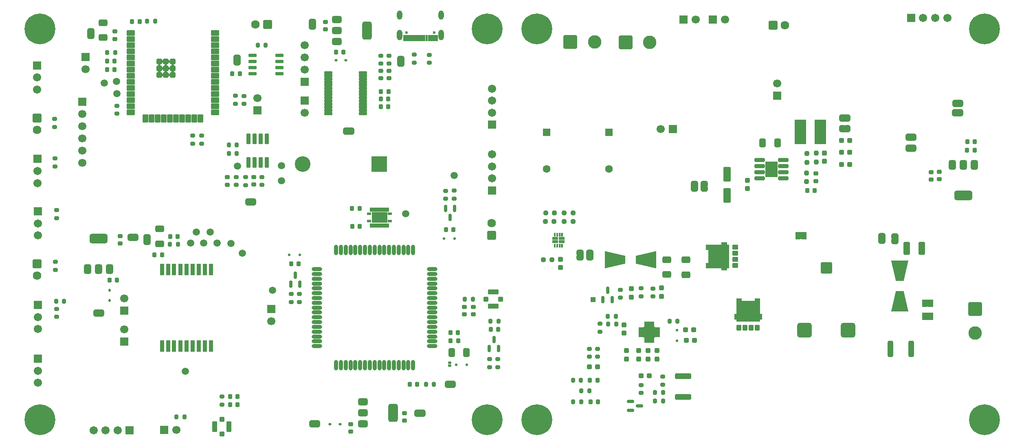
<source format=gbr>
%TF.GenerationSoftware,KiCad,Pcbnew,9.0.6*%
%TF.CreationDate,2026-02-17T13:33:00+03:00*%
%TF.ProjectId,AWS PROJECT,41575320-5052-44f4-9a45-43542e6b6963,rev?*%
%TF.SameCoordinates,Original*%
%TF.FileFunction,Soldermask,Top*%
%TF.FilePolarity,Negative*%
%FSLAX46Y46*%
G04 Gerber Fmt 4.6, Leading zero omitted, Abs format (unit mm)*
G04 Created by KiCad (PCBNEW 9.0.6) date 2026-02-17 13:33:00*
%MOMM*%
%LPD*%
G01*
G04 APERTURE LIST*
G04 Aperture macros list*
%AMRoundRect*
0 Rectangle with rounded corners*
0 $1 Rounding radius*
0 $2 $3 $4 $5 $6 $7 $8 $9 X,Y pos of 4 corners*
0 Add a 4 corners polygon primitive as box body*
4,1,4,$2,$3,$4,$5,$6,$7,$8,$9,$2,$3,0*
0 Add four circle primitives for the rounded corners*
1,1,$1+$1,$2,$3*
1,1,$1+$1,$4,$5*
1,1,$1+$1,$6,$7*
1,1,$1+$1,$8,$9*
0 Add four rect primitives between the rounded corners*
20,1,$1+$1,$2,$3,$4,$5,0*
20,1,$1+$1,$4,$5,$6,$7,0*
20,1,$1+$1,$6,$7,$8,$9,0*
20,1,$1+$1,$8,$9,$2,$3,0*%
%AMOutline4P*
0 Free polygon, 4 corners , with rotation*
0 The origin of the aperture is its center*
0 number of corners: always 4*
0 $1 to $8 corner X, Y*
0 $9 Rotation angle, in degrees counterclockwise*
0 create outline with 4 corners*
4,1,4,$1,$2,$3,$4,$5,$6,$7,$8,$1,$2,$9*%
%AMFreePoly0*
4,1,23,0.000000,0.745722,0.065263,0.745722,0.191342,0.711940,0.304381,0.646677,0.396677,0.554381,0.461940,0.441342,0.495722,0.315263,0.495722,0.250000,0.500000,0.250000,0.500000,-0.250000,0.495722,-0.250000,0.495722,-0.315263,0.461940,-0.441342,0.396677,-0.554381,0.304381,-0.646677,0.191342,-0.711940,0.065263,-0.745722,0.000000,-0.745722,0.000000,-0.750000,-0.500000,-0.750000,
-0.500000,0.750000,0.000000,0.750000,0.000000,0.745722,0.000000,0.745722,$1*%
%AMFreePoly1*
4,1,23,0.500000,-0.750000,0.000000,-0.750000,0.000000,-0.745722,-0.065263,-0.745722,-0.191342,-0.711940,-0.304381,-0.646677,-0.396677,-0.554381,-0.461940,-0.441342,-0.495722,-0.315263,-0.495722,-0.250000,-0.500000,-0.250000,-0.500000,0.250000,-0.495722,0.250000,-0.495722,0.315263,-0.461940,0.441342,-0.396677,0.554381,-0.304381,0.646677,-0.191342,0.711940,-0.065263,0.745722,0.000000,0.745722,
0.000000,0.750000,0.500000,0.750000,0.500000,-0.750000,0.500000,-0.750000,$1*%
G04 Aperture macros list end*
%ADD10C,0.010000*%
%ADD11C,1.600000*%
%ADD12RoundRect,0.250000X-0.550000X0.550000X-0.550000X-0.550000X0.550000X-0.550000X0.550000X0.550000X0*%
%ADD13RoundRect,0.102000X-1.070000X1.070000X-1.070000X-1.070000X1.070000X-1.070000X1.070000X1.070000X0*%
%ADD14RoundRect,0.058000X-0.474000X0.174000X-0.474000X-0.174000X0.474000X-0.174000X0.474000X0.174000X0*%
%ADD15RoundRect,0.058000X-0.174000X0.474000X-0.174000X-0.474000X0.174000X-0.474000X0.174000X0.474000X0*%
%ADD16RoundRect,0.200000X0.275000X-0.200000X0.275000X0.200000X-0.275000X0.200000X-0.275000X-0.200000X0*%
%ADD17FreePoly0,270.000000*%
%ADD18FreePoly1,270.000000*%
%ADD19FreePoly0,90.000000*%
%ADD20FreePoly1,90.000000*%
%ADD21FreePoly0,180.000000*%
%ADD22FreePoly1,180.000000*%
%ADD23RoundRect,0.225000X-0.250000X0.225000X-0.250000X-0.225000X0.250000X-0.225000X0.250000X0.225000X0*%
%ADD24RoundRect,0.237500X-0.300000X-0.237500X0.300000X-0.237500X0.300000X0.237500X-0.300000X0.237500X0*%
%ADD25RoundRect,0.250000X0.412500X0.650000X-0.412500X0.650000X-0.412500X-0.650000X0.412500X-0.650000X0*%
%ADD26RoundRect,0.360000X-0.840000X-0.840000X0.840000X-0.840000X0.840000X0.840000X-0.840000X0.840000X0*%
%ADD27RoundRect,0.450000X-1.050000X-1.050000X1.050000X-1.050000X1.050000X1.050000X-1.050000X1.050000X0*%
%ADD28RoundRect,0.200000X-0.200000X-0.275000X0.200000X-0.275000X0.200000X0.275000X-0.200000X0.275000X0*%
%ADD29RoundRect,0.237500X-0.237500X0.300000X-0.237500X-0.300000X0.237500X-0.300000X0.237500X0.300000X0*%
%ADD30C,6.400000*%
%ADD31RoundRect,0.250000X-0.550000X1.250000X-0.550000X-1.250000X0.550000X-1.250000X0.550000X1.250000X0*%
%ADD32RoundRect,0.200000X0.200000X0.275000X-0.200000X0.275000X-0.200000X-0.275000X0.200000X-0.275000X0*%
%ADD33R,2.350000X5.100000*%
%ADD34RoundRect,0.237500X0.237500X-0.300000X0.237500X0.300000X-0.237500X0.300000X-0.237500X-0.300000X0*%
%ADD35RoundRect,0.125000X-0.125000X0.125000X-0.125000X-0.125000X0.125000X-0.125000X0.125000X0.125000X0*%
%ADD36RoundRect,0.237500X0.300000X0.237500X-0.300000X0.237500X-0.300000X-0.237500X0.300000X-0.237500X0*%
%ADD37R,1.000000X1.500000*%
%ADD38RoundRect,0.237500X0.237500X-0.250000X0.237500X0.250000X-0.237500X0.250000X-0.237500X-0.250000X0*%
%ADD39C,1.712000*%
%ADD40RoundRect,0.102000X0.754000X0.754000X-0.754000X0.754000X-0.754000X-0.754000X0.754000X-0.754000X0*%
%ADD41RoundRect,0.250000X-0.650000X0.412500X-0.650000X-0.412500X0.650000X-0.412500X0.650000X0.412500X0*%
%ADD42RoundRect,0.237500X-0.250000X-0.237500X0.250000X-0.237500X0.250000X0.237500X-0.250000X0.237500X0*%
%ADD43RoundRect,0.237500X0.250000X0.237500X-0.250000X0.237500X-0.250000X-0.237500X0.250000X-0.237500X0*%
%ADD44RoundRect,0.200000X-0.275000X0.200000X-0.275000X-0.200000X0.275000X-0.200000X0.275000X0.200000X0*%
%ADD45C,0.800000*%
%ADD46RoundRect,0.250000X-0.312500X-1.450000X0.312500X-1.450000X0.312500X1.450000X-0.312500X1.450000X0*%
%ADD47Outline4P,-2.150000X-1.800000X2.150000X-0.800000X2.150000X0.800000X-2.150000X1.800000X90.000000*%
%ADD48Outline4P,-2.150000X-1.800000X2.150000X-0.800000X2.150000X0.800000X-2.150000X1.800000X270.000000*%
%ADD49RoundRect,0.218750X0.218750X0.256250X-0.218750X0.256250X-0.218750X-0.256250X0.218750X-0.256250X0*%
%ADD50RoundRect,0.375000X-0.375000X0.625000X-0.375000X-0.625000X0.375000X-0.625000X0.375000X0.625000X0*%
%ADD51RoundRect,0.500000X-1.400000X0.500000X-1.400000X-0.500000X1.400000X-0.500000X1.400000X0.500000X0*%
%ADD52C,2.800000*%
%ADD53RoundRect,0.250001X-1.149999X1.149999X-1.149999X-1.149999X1.149999X-1.149999X1.149999X1.149999X0*%
%ADD54RoundRect,0.102000X0.375000X-0.500000X0.375000X0.500000X-0.375000X0.500000X-0.375000X-0.500000X0*%
%ADD55RoundRect,0.225000X-0.225000X-0.250000X0.225000X-0.250000X0.225000X0.250000X-0.225000X0.250000X0*%
%ADD56RoundRect,0.250001X-1.149999X-1.149999X1.149999X-1.149999X1.149999X1.149999X-1.149999X1.149999X0*%
%ADD57FreePoly0,0.000000*%
%ADD58FreePoly1,0.000000*%
%ADD59RoundRect,0.102000X0.500000X0.375000X-0.500000X0.375000X-0.500000X-0.375000X0.500000X-0.375000X0*%
%ADD60Outline4P,-2.150000X-1.800000X2.150000X-0.800000X2.150000X0.800000X-2.150000X1.800000X0.000000*%
%ADD61Outline4P,-2.150000X-1.800000X2.150000X-0.800000X2.150000X0.800000X-2.150000X1.800000X180.000000*%
%ADD62RoundRect,0.150000X-0.590000X-0.150000X0.590000X-0.150000X0.590000X0.150000X-0.590000X0.150000X0*%
%ADD63RoundRect,0.150000X0.150000X-0.590000X0.150000X0.590000X-0.150000X0.590000X-0.150000X-0.590000X0*%
%ADD64RoundRect,0.237500X-0.237500X0.250000X-0.237500X-0.250000X0.237500X-0.250000X0.237500X0.250000X0*%
%ADD65RoundRect,0.250000X-0.412500X-1.100000X0.412500X-1.100000X0.412500X1.100000X-0.412500X1.100000X0*%
%ADD66R,1.000000X1.000000*%
%ADD67RoundRect,0.250000X-1.450000X0.312500X-1.450000X-0.312500X1.450000X-0.312500X1.450000X0.312500X0*%
%ADD68C,1.700000*%
%ADD69R,1.700000X1.700000*%
%ADD70RoundRect,0.102000X-1.205000X-1.538000X1.205000X-1.538000X1.205000X1.538000X-1.205000X1.538000X0*%
%ADD71RoundRect,0.201000X-0.886000X-0.201000X0.886000X-0.201000X0.886000X0.201000X-0.886000X0.201000X0*%
%ADD72C,1.779000*%
%ADD73RoundRect,0.102000X0.787500X0.787500X-0.787500X0.787500X-0.787500X-0.787500X0.787500X-0.787500X0*%
%ADD74RoundRect,0.125000X0.125000X0.125000X-0.125000X0.125000X-0.125000X-0.125000X0.125000X-0.125000X0*%
%ADD75C,1.500000*%
%ADD76RoundRect,0.225000X0.225000X0.250000X-0.225000X0.250000X-0.225000X-0.250000X0.225000X-0.250000X0*%
%ADD77RoundRect,0.011100X0.390900X-0.210900X0.390900X0.210900X-0.390900X0.210900X-0.390900X-0.210900X0*%
%ADD78RoundRect,0.011100X0.210900X-0.390900X0.210900X0.390900X-0.210900X0.390900X-0.210900X-0.390900X0*%
%ADD79RoundRect,0.102000X1.525000X-1.025000X1.525000X1.025000X-1.525000X1.025000X-1.525000X-1.025000X0*%
%ADD80RoundRect,0.100000X-0.400000X-0.400000X0.400000X-0.400000X0.400000X0.400000X-0.400000X0.400000X0*%
%ADD81RoundRect,0.105000X-0.420000X-0.995000X0.420000X-0.995000X0.420000X0.995000X-0.420000X0.995000X0*%
%ADD82RoundRect,0.102000X0.754000X-0.754000X0.754000X0.754000X-0.754000X0.754000X-0.754000X-0.754000X0*%
%ADD83RoundRect,0.125000X-0.125000X-0.125000X0.125000X-0.125000X0.125000X0.125000X-0.125000X0.125000X0*%
%ADD84RoundRect,0.218750X0.256250X-0.218750X0.256250X0.218750X-0.256250X0.218750X-0.256250X-0.218750X0*%
%ADD85RoundRect,0.250000X0.650000X-0.412500X0.650000X0.412500X-0.650000X0.412500X-0.650000X-0.412500X0*%
%ADD86RoundRect,0.102000X-0.754000X-0.754000X0.754000X-0.754000X0.754000X0.754000X-0.754000X0.754000X0*%
%ADD87RoundRect,0.112500X-0.112500X0.187500X-0.112500X-0.187500X0.112500X-0.187500X0.112500X0.187500X0*%
%ADD88O,0.804000X2.204000*%
%ADD89O,2.204000X0.804000*%
%ADD90RoundRect,0.102000X0.711200X0.266700X-0.711200X0.266700X-0.711200X-0.266700X0.711200X-0.266700X0*%
%ADD91RoundRect,0.102000X-0.754000X0.754000X-0.754000X-0.754000X0.754000X-0.754000X0.754000X0.754000X0*%
%ADD92RoundRect,0.375000X-0.625000X-0.375000X0.625000X-0.375000X0.625000X0.375000X-0.625000X0.375000X0*%
%ADD93RoundRect,0.500000X-0.500000X-1.400000X0.500000X-1.400000X0.500000X1.400000X-0.500000X1.400000X0*%
%ADD94R,0.900000X2.400000*%
%ADD95RoundRect,0.102000X0.787500X-0.787500X0.787500X0.787500X-0.787500X0.787500X-0.787500X-0.787500X0*%
%ADD96RoundRect,0.375000X0.375000X-0.625000X0.375000X0.625000X-0.375000X0.625000X-0.375000X-0.625000X0*%
%ADD97RoundRect,0.500000X1.400000X-0.500000X1.400000X0.500000X-1.400000X0.500000X-1.400000X-0.500000X0*%
%ADD98RoundRect,0.102000X-0.200000X0.190000X-0.200000X-0.190000X0.200000X-0.190000X0.200000X0.190000X0*%
%ADD99RoundRect,0.112500X-0.187500X-0.112500X0.187500X-0.112500X0.187500X0.112500X-0.187500X0.112500X0*%
%ADD100RoundRect,0.102000X-0.750000X-0.200000X0.750000X-0.200000X0.750000X0.200000X-0.750000X0.200000X0*%
%ADD101RoundRect,0.225000X0.250000X-0.225000X0.250000X0.225000X-0.250000X0.225000X-0.250000X-0.225000X0*%
%ADD102RoundRect,0.218750X-0.218750X-0.256250X0.218750X-0.256250X0.218750X0.256250X-0.218750X0.256250X0*%
%ADD103RoundRect,0.102000X-0.787500X-0.787500X0.787500X-0.787500X0.787500X0.787500X-0.787500X0.787500X0*%
%ADD104RoundRect,0.112500X0.187500X0.112500X-0.187500X0.112500X-0.187500X-0.112500X0.187500X-0.112500X0*%
%ADD105RoundRect,0.150000X0.150000X-0.587500X0.150000X0.587500X-0.150000X0.587500X-0.150000X-0.587500X0*%
%ADD106RoundRect,0.100000X0.400000X-0.400000X0.400000X0.400000X-0.400000X0.400000X-0.400000X-0.400000X0*%
%ADD107RoundRect,0.105000X0.995000X-0.420000X0.995000X0.420000X-0.995000X0.420000X-0.995000X-0.420000X0*%
%ADD108RoundRect,0.250000X-0.412500X-0.650000X0.412500X-0.650000X0.412500X0.650000X-0.412500X0.650000X0*%
%ADD109C,0.600000*%
%ADD110O,1.104000X2.204000*%
%ADD111O,1.104000X1.904000*%
%ADD112RoundRect,0.102000X-0.787500X0.787500X-0.787500X-0.787500X0.787500X-0.787500X0.787500X0.787500X0*%
%ADD113RoundRect,0.150000X-0.150000X0.587500X-0.150000X-0.587500X0.150000X-0.587500X0.150000X0.587500X0*%
%ADD114RoundRect,0.099250X0.297750X-0.987750X0.297750X0.987750X-0.297750X0.987750X-0.297750X-0.987750X0*%
%ADD115RoundRect,0.102000X-0.750000X-0.450000X0.750000X-0.450000X0.750000X0.450000X-0.750000X0.450000X0*%
%ADD116RoundRect,0.102000X-0.450000X-0.750000X0.450000X-0.750000X0.450000X0.750000X-0.450000X0.750000X0*%
%ADD117RoundRect,0.102000X-0.450000X-0.450000X0.450000X-0.450000X0.450000X0.450000X-0.450000X0.450000X0*%
%ADD118C,0.504000*%
%ADD119RoundRect,0.102000X1.525000X1.525000X-1.525000X1.525000X-1.525000X-1.525000X1.525000X-1.525000X0*%
%ADD120C,3.254000*%
G04 APERTURE END LIST*
%TO.C,JP11*%
G36*
X179505210Y-74786666D02*
G01*
X178005210Y-74786666D01*
X178005210Y-75086666D01*
X179505210Y-75086666D01*
X179505210Y-74786666D01*
G37*
%TO.C,JP18*%
G36*
X214950000Y-85940000D02*
G01*
X216450000Y-85940000D01*
X216450000Y-85640000D01*
X214950000Y-85640000D01*
X214950000Y-85940000D01*
G37*
%TO.C,JP24*%
G36*
X231645210Y-58466666D02*
G01*
X231345210Y-58466666D01*
X231345210Y-56966666D01*
X231645210Y-56966666D01*
X231645210Y-58466666D01*
G37*
%TO.C,JP23*%
G36*
X221900000Y-65500000D02*
G01*
X221600000Y-65500000D01*
X221600000Y-64000000D01*
X221900000Y-64000000D01*
X221900000Y-65500000D01*
G37*
%TO.C,JP20*%
G36*
X217700000Y-86040000D02*
G01*
X219200000Y-86040000D01*
X219200000Y-85740000D01*
X217700000Y-85740000D01*
X217700000Y-86040000D01*
G37*
%TO.C,JP19*%
G36*
X225100000Y-101250000D02*
G01*
X225400000Y-101250000D01*
X225400000Y-102750000D01*
X225100000Y-102750000D01*
X225100000Y-101250000D01*
G37*
G36*
X198740000Y-84450000D02*
G01*
X199040000Y-84450000D01*
X199040000Y-85950000D01*
X198740000Y-85950000D01*
X198740000Y-84450000D01*
G37*
G36*
X177505210Y-74786666D02*
G01*
X176005210Y-74786666D01*
X176005210Y-75086666D01*
X177505210Y-75086666D01*
X177505210Y-74786666D01*
G37*
%TO.C,JP21*%
G36*
X225100000Y-98500000D02*
G01*
X225400000Y-98500000D01*
X225400000Y-100000000D01*
X225100000Y-100000000D01*
X225100000Y-98500000D01*
G37*
%TO.C,JP9*%
G36*
X221900000Y-67750000D02*
G01*
X221600000Y-67750000D01*
X221600000Y-66250000D01*
X221900000Y-66250000D01*
X221900000Y-67750000D01*
G37*
D10*
%TO.C,Q6*%
X186460000Y-98742500D02*
X189320000Y-98742500D01*
X189320000Y-98267500D01*
X190270000Y-98267500D01*
X190270000Y-101467500D01*
X190765000Y-101467500D01*
X190765000Y-102572500D01*
X190270000Y-102572500D01*
X190270000Y-102997500D01*
X185510000Y-102997500D01*
X185510000Y-102572500D01*
X185015000Y-102572500D01*
X185015000Y-101467500D01*
X185510000Y-101467500D01*
X185510000Y-98267500D01*
X186460000Y-98267500D01*
X186460000Y-98742500D01*
G36*
X186460000Y-98742500D02*
G01*
X189320000Y-98742500D01*
X189320000Y-98267500D01*
X190270000Y-98267500D01*
X190270000Y-101467500D01*
X190765000Y-101467500D01*
X190765000Y-102572500D01*
X190270000Y-102572500D01*
X190270000Y-102997500D01*
X185510000Y-102997500D01*
X185510000Y-102572500D01*
X185015000Y-102572500D01*
X185015000Y-101467500D01*
X185510000Y-101467500D01*
X185510000Y-98267500D01*
X186460000Y-98267500D01*
X186460000Y-98742500D01*
G37*
%TO.C,JP21*%
G36*
X231605210Y-60436666D02*
G01*
X231305210Y-60436666D01*
X231305210Y-58936666D01*
X231605210Y-58936666D01*
X231605210Y-60436666D01*
G37*
%TO.C,JP22*%
G36*
X207850000Y-62250000D02*
G01*
X208150000Y-62250000D01*
X208150000Y-63750000D01*
X207850000Y-63750000D01*
X207850000Y-62250000D01*
G37*
%TO.C,Q5*%
X183457500Y-87120000D02*
X183882500Y-87120000D01*
X183882500Y-91880000D01*
X183457500Y-91880000D01*
X183457500Y-92375000D01*
X182352500Y-92375000D01*
X182352500Y-91880000D01*
X179152500Y-91880000D01*
X179152500Y-90930000D01*
X179627500Y-90930000D01*
X179627500Y-88070000D01*
X179152500Y-88070000D01*
X179152500Y-87120000D01*
X182352500Y-87120000D01*
X182352500Y-86625000D01*
X183457500Y-86625000D01*
X183457500Y-87120000D01*
G36*
X183457500Y-87120000D02*
G01*
X183882500Y-87120000D01*
X183882500Y-91880000D01*
X183457500Y-91880000D01*
X183457500Y-92375000D01*
X182352500Y-92375000D01*
X182352500Y-91880000D01*
X179152500Y-91880000D01*
X179152500Y-90930000D01*
X179627500Y-90930000D01*
X179627500Y-88070000D01*
X179152500Y-88070000D01*
X179152500Y-87120000D01*
X182352500Y-87120000D01*
X182352500Y-86625000D01*
X183457500Y-86625000D01*
X183457500Y-87120000D01*
G37*
%TO.C,JP12*%
G36*
X207850000Y-60000000D02*
G01*
X208150000Y-60000000D01*
X208150000Y-61500000D01*
X207850000Y-61500000D01*
X207850000Y-60000000D01*
G37*
%TO.C,JP13*%
G36*
X155750000Y-89100000D02*
G01*
X154250000Y-89100000D01*
X154250000Y-89400000D01*
X155750000Y-89400000D01*
X155750000Y-89100000D01*
G37*
%TO.C,JP18*%
G36*
X153750000Y-89100000D02*
G01*
X152250000Y-89100000D01*
X152250000Y-89400000D01*
X153750000Y-89400000D01*
X153750000Y-89100000D01*
G37*
%TO.C,U15*%
X149675000Y-86700000D02*
X148525000Y-86700000D01*
X148525000Y-86200000D01*
X149675000Y-86200000D01*
X149675000Y-86700000D01*
G36*
X149675000Y-86700000D02*
G01*
X148525000Y-86700000D01*
X148525000Y-86200000D01*
X149675000Y-86200000D01*
X149675000Y-86700000D01*
G37*
X149675000Y-86000000D02*
X148525000Y-86000000D01*
X148525000Y-85500000D01*
X149675000Y-85500000D01*
X149675000Y-86000000D01*
G36*
X149675000Y-86000000D02*
G01*
X148525000Y-86000000D01*
X148525000Y-85500000D01*
X149675000Y-85500000D01*
X149675000Y-86000000D01*
G37*
X149325000Y-87600000D02*
X149025000Y-87600000D01*
X149025000Y-86900000D01*
X149325000Y-86900000D01*
X149325000Y-87600000D01*
G36*
X149325000Y-87600000D02*
G01*
X149025000Y-87600000D01*
X149025000Y-86900000D01*
X149325000Y-86900000D01*
X149325000Y-87600000D01*
G37*
X149325000Y-85300000D02*
X149025000Y-85300000D01*
X149025000Y-84600000D01*
X149325000Y-84600000D01*
X149325000Y-85300000D01*
G36*
X149325000Y-85300000D02*
G01*
X149025000Y-85300000D01*
X149025000Y-84600000D01*
X149325000Y-84600000D01*
X149325000Y-85300000D01*
G37*
X148825000Y-87600000D02*
X148525000Y-87600000D01*
X148525000Y-86900000D01*
X148825000Y-86900000D01*
X148825000Y-87600000D01*
G36*
X148825000Y-87600000D02*
G01*
X148525000Y-87600000D01*
X148525000Y-86900000D01*
X148825000Y-86900000D01*
X148825000Y-87600000D01*
G37*
X148825000Y-85300000D02*
X148525000Y-85300000D01*
X148525000Y-84600000D01*
X148825000Y-84600000D01*
X148825000Y-85300000D01*
G36*
X148825000Y-85300000D02*
G01*
X148525000Y-85300000D01*
X148525000Y-84600000D01*
X148825000Y-84600000D01*
X148825000Y-85300000D01*
G37*
X148325000Y-87600000D02*
X148025000Y-87600000D01*
X148025000Y-86900000D01*
X148325000Y-86900000D01*
X148325000Y-87600000D01*
G36*
X148325000Y-87600000D02*
G01*
X148025000Y-87600000D01*
X148025000Y-86900000D01*
X148325000Y-86900000D01*
X148325000Y-87600000D01*
G37*
X148325000Y-86700000D02*
X147175000Y-86700000D01*
X147175000Y-86200000D01*
X148325000Y-86200000D01*
X148325000Y-86700000D01*
G36*
X148325000Y-86700000D02*
G01*
X147175000Y-86700000D01*
X147175000Y-86200000D01*
X148325000Y-86200000D01*
X148325000Y-86700000D01*
G37*
X148325000Y-86000000D02*
X147175000Y-86000000D01*
X147175000Y-85500000D01*
X148325000Y-85500000D01*
X148325000Y-86000000D01*
G36*
X148325000Y-86000000D02*
G01*
X147175000Y-86000000D01*
X147175000Y-85500000D01*
X148325000Y-85500000D01*
X148325000Y-86000000D01*
G37*
X148325000Y-85300000D02*
X148025000Y-85300000D01*
X148025000Y-84600000D01*
X148325000Y-84600000D01*
X148325000Y-85300000D01*
G36*
X148325000Y-85300000D02*
G01*
X148025000Y-85300000D01*
X148025000Y-84600000D01*
X148325000Y-84600000D01*
X148325000Y-85300000D01*
G37*
X147825000Y-87600000D02*
X147525000Y-87600000D01*
X147525000Y-86900000D01*
X147825000Y-86900000D01*
X147825000Y-87600000D01*
G36*
X147825000Y-87600000D02*
G01*
X147525000Y-87600000D01*
X147525000Y-86900000D01*
X147825000Y-86900000D01*
X147825000Y-87600000D01*
G37*
X147825000Y-85300000D02*
X147525000Y-85300000D01*
X147525000Y-84600000D01*
X147825000Y-84600000D01*
X147825000Y-85300000D01*
G36*
X147825000Y-85300000D02*
G01*
X147525000Y-85300000D01*
X147525000Y-84600000D01*
X147825000Y-84600000D01*
X147825000Y-85300000D01*
G37*
%TO.C,JP3*%
G36*
X119550000Y-121390000D02*
G01*
X119850000Y-121390000D01*
X119850000Y-122890000D01*
X119550000Y-122890000D01*
X119550000Y-121390000D01*
G37*
%TO.C,JP10*%
G36*
X84350000Y-77440000D02*
G01*
X84650000Y-77440000D01*
X84650000Y-78940000D01*
X84350000Y-78940000D01*
X84350000Y-77440000D01*
G37*
%TO.C,JP16*%
G36*
X96580000Y-41422500D02*
G01*
X98080000Y-41422500D01*
X98080000Y-41122500D01*
X96580000Y-41122500D01*
X96580000Y-41422500D01*
G37*
%TO.C,JP13*%
G36*
X53090000Y-102080000D02*
G01*
X52790000Y-102080000D01*
X52790000Y-100580000D01*
X53090000Y-100580000D01*
X53090000Y-102080000D01*
G37*
%TO.C,JP17*%
G36*
X104740000Y-62750000D02*
G01*
X105040000Y-62750000D01*
X105040000Y-64250000D01*
X104740000Y-64250000D01*
X104740000Y-62750000D01*
G37*
%TO.C,JP14*%
G36*
X59890000Y-84840000D02*
G01*
X60190000Y-84840000D01*
X60190000Y-86340000D01*
X59890000Y-86340000D01*
X59890000Y-84840000D01*
G37*
%TO.C,JP15*%
G36*
X114990000Y-49120000D02*
G01*
X116490000Y-49120000D01*
X116490000Y-48820000D01*
X114990000Y-48820000D01*
X114990000Y-49120000D01*
G37*
%TO.C,JP6*%
G36*
X125840000Y-115380000D02*
G01*
X126140000Y-115380000D01*
X126140000Y-116880000D01*
X125840000Y-116880000D01*
X125840000Y-115380000D01*
G37*
%TO.C,JP8*%
G36*
X62220000Y-86200000D02*
G01*
X63720000Y-86200000D01*
X63720000Y-85900000D01*
X62220000Y-85900000D01*
X62220000Y-86200000D01*
G37*
%TO.C,JP1*%
G36*
X97940000Y-125100000D02*
G01*
X97640000Y-125100000D01*
X97640000Y-123600000D01*
X97940000Y-123600000D01*
X97940000Y-125100000D01*
G37*
%TO.C,J24*%
X116950000Y-44697500D02*
X116250000Y-44697500D01*
X116250000Y-43457500D01*
X116950000Y-43457500D01*
X116950000Y-44697500D01*
G36*
X116950000Y-44697500D02*
G01*
X116250000Y-44697500D01*
X116250000Y-43457500D01*
X116950000Y-43457500D01*
X116950000Y-44697500D01*
G37*
X117750000Y-44697500D02*
X117050000Y-44697500D01*
X117050000Y-43457500D01*
X117750000Y-43457500D01*
X117750000Y-44697500D01*
G36*
X117750000Y-44697500D02*
G01*
X117050000Y-44697500D01*
X117050000Y-43457500D01*
X117750000Y-43457500D01*
X117750000Y-44697500D01*
G37*
X118250000Y-44697500D02*
X117850000Y-44697500D01*
X117850000Y-43457500D01*
X118250000Y-43457500D01*
X118250000Y-44697500D01*
G36*
X118250000Y-44697500D02*
G01*
X117850000Y-44697500D01*
X117850000Y-43457500D01*
X118250000Y-43457500D01*
X118250000Y-44697500D01*
G37*
X118750000Y-44697500D02*
X118350000Y-44697500D01*
X118350000Y-43457500D01*
X118750000Y-43457500D01*
X118750000Y-44697500D01*
G36*
X118750000Y-44697500D02*
G01*
X118350000Y-44697500D01*
X118350000Y-43457500D01*
X118750000Y-43457500D01*
X118750000Y-44697500D01*
G37*
X119250000Y-44697500D02*
X118850000Y-44697500D01*
X118850000Y-43457500D01*
X119250000Y-43457500D01*
X119250000Y-44697500D01*
G36*
X119250000Y-44697500D02*
G01*
X118850000Y-44697500D01*
X118850000Y-43457500D01*
X119250000Y-43457500D01*
X119250000Y-44697500D01*
G37*
X119750000Y-44697500D02*
X119350000Y-44697500D01*
X119350000Y-43457500D01*
X119750000Y-43457500D01*
X119750000Y-44697500D01*
G36*
X119750000Y-44697500D02*
G01*
X119350000Y-44697500D01*
X119350000Y-43457500D01*
X119750000Y-43457500D01*
X119750000Y-44697500D01*
G37*
X120250000Y-44697500D02*
X119850000Y-44697500D01*
X119850000Y-43457500D01*
X120250000Y-43457500D01*
X120250000Y-44697500D01*
G36*
X120250000Y-44697500D02*
G01*
X119850000Y-44697500D01*
X119850000Y-43457500D01*
X120250000Y-43457500D01*
X120250000Y-44697500D01*
G37*
X120750000Y-44697500D02*
X120350000Y-44697500D01*
X120350000Y-43457500D01*
X120750000Y-43457500D01*
X120750000Y-44697500D01*
G36*
X120750000Y-44697500D02*
G01*
X120350000Y-44697500D01*
X120350000Y-43457500D01*
X120750000Y-43457500D01*
X120750000Y-44697500D01*
G37*
X121250000Y-44697500D02*
X120850000Y-44697500D01*
X120850000Y-43457500D01*
X121250000Y-43457500D01*
X121250000Y-44697500D01*
G36*
X121250000Y-44697500D02*
G01*
X120850000Y-44697500D01*
X120850000Y-43457500D01*
X121250000Y-43457500D01*
X121250000Y-44697500D01*
G37*
X121750000Y-44697500D02*
X121350000Y-44697500D01*
X121350000Y-43457500D01*
X121750000Y-43457500D01*
X121750000Y-44697500D01*
G36*
X121750000Y-44697500D02*
G01*
X121350000Y-44697500D01*
X121350000Y-43457500D01*
X121750000Y-43457500D01*
X121750000Y-44697500D01*
G37*
X122550000Y-44697500D02*
X121850000Y-44697500D01*
X121850000Y-43457500D01*
X122550000Y-43457500D01*
X122550000Y-44697500D01*
G36*
X122550000Y-44697500D02*
G01*
X121850000Y-44697500D01*
X121850000Y-43457500D01*
X122550000Y-43457500D01*
X122550000Y-44697500D01*
G37*
X123350000Y-44697500D02*
X122650000Y-44697500D01*
X122650000Y-43457500D01*
X123350000Y-43457500D01*
X123350000Y-44697500D01*
G36*
X123350000Y-44697500D02*
G01*
X122650000Y-44697500D01*
X122650000Y-43457500D01*
X123350000Y-43457500D01*
X123350000Y-44697500D01*
G37*
%TO.C,JP11*%
G36*
X80914000Y-48845000D02*
G01*
X82414000Y-48845000D01*
X82414000Y-48545000D01*
X80914000Y-48545000D01*
X80914000Y-48845000D01*
G37*
%TO.C,JP5*%
G36*
X50510000Y-43340000D02*
G01*
X52010000Y-43340000D01*
X52010000Y-43040000D01*
X50510000Y-43040000D01*
X50510000Y-43340000D01*
G37*
%TD*%
D11*
%TO.C,SW2*%
X158987500Y-71352500D03*
D12*
X158987500Y-63732500D03*
%TD*%
D13*
%TO.C,U14*%
X167387500Y-105315000D03*
D14*
X169072500Y-104565000D03*
X169072500Y-105065000D03*
X169072500Y-105565000D03*
X169072500Y-106065000D03*
D15*
X168137500Y-107000000D03*
X167637500Y-107000000D03*
X167137500Y-107000000D03*
X166637500Y-107000000D03*
D14*
X165702500Y-106065000D03*
X165702500Y-105565000D03*
X165702500Y-105065000D03*
X165702500Y-104565000D03*
D15*
X166637500Y-103630000D03*
X167137500Y-103630000D03*
X167637500Y-103630000D03*
X168137500Y-103630000D03*
%TD*%
D16*
%TO.C,R50*%
X165637500Y-96165000D03*
X165637500Y-97815000D03*
%TD*%
D17*
%TO.C,JP11*%
X178755210Y-75586666D03*
D18*
X178755210Y-74286666D03*
%TD*%
D19*
%TO.C,JP18*%
X215700000Y-85140000D03*
D20*
X215700000Y-86440000D03*
%TD*%
D21*
%TO.C,JP24*%
X230845210Y-57716666D03*
D22*
X232145210Y-57716666D03*
%TD*%
D23*
%TO.C,C58*%
X202025000Y-73847500D03*
X202025000Y-72297500D03*
%TD*%
D24*
%TO.C,C43*%
X176750000Y-107000000D03*
X175025000Y-107000000D03*
%TD*%
D25*
%TO.C,C45*%
X190900000Y-65910000D03*
X194025000Y-65910000D03*
%TD*%
D26*
%TO.C,L1*%
X204147710Y-91951666D03*
D27*
X208647710Y-104851666D03*
X199647710Y-104851666D03*
%TD*%
D28*
%TO.C,R52*%
X154887500Y-117500000D03*
X153237500Y-117500000D03*
%TD*%
D29*
%TO.C,C46*%
X187775000Y-75410000D03*
X187775000Y-73685000D03*
%TD*%
D30*
%TO.C,*%
X144000000Y-123500000D03*
%TD*%
D28*
%TO.C,R67*%
X170212500Y-117862500D03*
X168562500Y-117862500D03*
%TD*%
D21*
%TO.C,JP23*%
X221100000Y-64750000D03*
D22*
X222400000Y-64750000D03*
%TD*%
D31*
%TO.C,C44*%
X183525000Y-76885000D03*
X183525000Y-72485000D03*
%TD*%
D32*
%TO.C,R57*%
X158812500Y-103637500D03*
X160462500Y-103637500D03*
%TD*%
D33*
%TO.C,L2*%
X202925000Y-63660000D03*
X198775000Y-63660000D03*
%TD*%
D34*
%TO.C,C53*%
X165137500Y-109137500D03*
X165137500Y-110862500D03*
%TD*%
D23*
%TO.C,C62*%
X227645210Y-73486666D03*
X227645210Y-71936666D03*
%TD*%
D35*
%TO.C,D22*%
X173137500Y-107100000D03*
X173137500Y-104900000D03*
%TD*%
D36*
%TO.C,C42*%
X174887500Y-104750000D03*
X176612500Y-104750000D03*
%TD*%
D19*
%TO.C,JP20*%
X218450000Y-85240000D03*
D20*
X218450000Y-86540000D03*
%TD*%
D36*
%TO.C,C54*%
X165662500Y-114362500D03*
X167387500Y-114362500D03*
%TD*%
D34*
%TO.C,C40*%
X162137500Y-103775000D03*
X162137500Y-105500000D03*
%TD*%
D37*
%TO.C,JP19*%
X225900000Y-102000000D03*
X224600000Y-102000000D03*
%TD*%
D38*
%TO.C,R65*%
X200025000Y-72160000D03*
X200025000Y-73985000D03*
%TD*%
D39*
%TO.C,J28*%
X229295210Y-39936666D03*
X226795210Y-39936666D03*
X224295210Y-39936666D03*
D40*
X221795210Y-39936666D03*
%TD*%
D41*
%TO.C,C47*%
X171000000Y-93312500D03*
X171000000Y-90187500D03*
%TD*%
D37*
%TO.C,JP19*%
X199540000Y-85200000D03*
X198240000Y-85200000D03*
%TD*%
D42*
%TO.C,R49*%
X151500000Y-82250000D03*
X149675000Y-82250000D03*
%TD*%
D43*
%TO.C,R53*%
X145337500Y-90250000D03*
X147162500Y-90250000D03*
%TD*%
D44*
%TO.C,R56*%
X157137500Y-105212500D03*
X157137500Y-103562500D03*
%TD*%
D45*
%TO.C,REF\u002A\u002A*%
X141600000Y-42250000D03*
X142302944Y-40552944D03*
X142302944Y-43947056D03*
X144000000Y-39850000D03*
D30*
X144000000Y-42250000D03*
D45*
X144000000Y-44650000D03*
X145697056Y-40552944D03*
X145697056Y-43947056D03*
X146400000Y-42250000D03*
%TD*%
D23*
%TO.C,C61*%
X225975210Y-73556666D03*
X225975210Y-72006666D03*
%TD*%
D46*
%TO.C,R61*%
X221775000Y-108750000D03*
X217500000Y-108750000D03*
%TD*%
D17*
%TO.C,JP19*%
X176755210Y-75586666D03*
D18*
X176755210Y-74286666D03*
%TD*%
D42*
%TO.C,R46*%
X147662500Y-80500000D03*
X145837500Y-80500000D03*
%TD*%
D32*
%TO.C,R54*%
X151562500Y-119750000D03*
X153212500Y-119750000D03*
%TD*%
D47*
%TO.C,D23*%
X219450000Y-98890000D03*
D48*
X219450000Y-92490000D03*
%TD*%
D28*
%TO.C,R59*%
X160387500Y-102000000D03*
X158737500Y-102000000D03*
%TD*%
D37*
%TO.C,JP21*%
X225900000Y-99250000D03*
X224600000Y-99250000D03*
%TD*%
D45*
%TO.C,REF\u002A\u002A*%
X144000000Y-125900000D03*
X142302944Y-125197056D03*
X145697056Y-125197056D03*
X141600000Y-123500000D03*
D30*
X144000000Y-123500000D03*
D45*
X146400000Y-123500000D03*
X142302944Y-121802944D03*
X145697056Y-121802944D03*
X144000000Y-121100000D03*
%TD*%
D24*
%TO.C,C37*%
X156637500Y-112500000D03*
X154912500Y-112500000D03*
%TD*%
D32*
%TO.C,R60*%
X171562500Y-103000000D03*
X173212500Y-103000000D03*
%TD*%
%TO.C,R68*%
X168562500Y-119612500D03*
X170212500Y-119612500D03*
%TD*%
D24*
%TO.C,C60*%
X209025000Y-70410000D03*
X207300000Y-70410000D03*
%TD*%
D11*
%TO.C,SW1*%
X145987500Y-71352500D03*
D12*
X145987500Y-63732500D03*
%TD*%
D21*
%TO.C,JP9*%
X221100000Y-67000000D03*
D22*
X222400000Y-67000000D03*
%TD*%
D49*
%TO.C,D19*%
X155137500Y-119750000D03*
X156712500Y-119750000D03*
%TD*%
D38*
%TO.C,R63*%
X200100000Y-68160000D03*
X200100000Y-69985000D03*
%TD*%
D50*
%TO.C,U17*%
X230315210Y-70516666D03*
D51*
X232615210Y-76816666D03*
D50*
X232615210Y-70516666D03*
X234915210Y-70516666D03*
%TD*%
D16*
%TO.C,R66*%
X170137500Y-114537500D03*
X170137500Y-116187500D03*
%TD*%
D52*
%TO.C,J27*%
X235132500Y-105500000D03*
D53*
X235132500Y-100500000D03*
%TD*%
D29*
%TO.C,C39*%
X148887500Y-91862500D03*
X148887500Y-90137500D03*
%TD*%
D54*
%TO.C,Q6*%
X189795000Y-104362500D03*
X188525000Y-104362500D03*
X187255000Y-104362500D03*
X185985000Y-104362500D03*
%TD*%
D21*
%TO.C,JP21*%
X230805210Y-59686666D03*
D22*
X232105210Y-59686666D03*
%TD*%
D45*
%TO.C,REF\u002A\u002A*%
X237000000Y-39850000D03*
X238697056Y-40552944D03*
X235302944Y-40552944D03*
X239400000Y-42250000D03*
D30*
X237000000Y-42250000D03*
D45*
X234600000Y-42250000D03*
X238697056Y-43947056D03*
X235302944Y-43947056D03*
X237000000Y-44650000D03*
%TD*%
D55*
%TO.C,C64*%
X235010210Y-65676666D03*
X233460210Y-65676666D03*
%TD*%
D43*
%TO.C,R47*%
X145750000Y-82250000D03*
X147575000Y-82250000D03*
%TD*%
D52*
%TO.C,J25*%
X155975210Y-44954166D03*
D56*
X150975210Y-44954166D03*
%TD*%
D57*
%TO.C,JP22*%
X208650000Y-63000000D03*
D58*
X207350000Y-63000000D03*
%TD*%
D43*
%TO.C,R48*%
X149675000Y-80500000D03*
X151500000Y-80500000D03*
%TD*%
D16*
%TO.C,R58*%
X168137500Y-96240000D03*
X168137500Y-97890000D03*
%TD*%
D59*
%TO.C,Q5*%
X185247500Y-87595000D03*
X185247500Y-88865000D03*
X185247500Y-90135000D03*
X185247500Y-91405000D03*
%TD*%
D49*
%TO.C,D20*%
X155025000Y-115250000D03*
X156600000Y-115250000D03*
%TD*%
D60*
%TO.C,D21*%
X160250000Y-90250000D03*
D61*
X166650000Y-90250000D03*
%TD*%
D55*
%TO.C,C55*%
X201775000Y-75822500D03*
X200225000Y-75822500D03*
%TD*%
D34*
%TO.C,C51*%
X162627500Y-109137500D03*
X162627500Y-110862500D03*
%TD*%
D24*
%TO.C,C59*%
X209025000Y-67900000D03*
X207300000Y-67900000D03*
%TD*%
D57*
%TO.C,JP12*%
X208650000Y-60750000D03*
D58*
X207350000Y-60750000D03*
%TD*%
D17*
%TO.C,JP13*%
X155000000Y-89900000D03*
D18*
X155000000Y-88600000D03*
%TD*%
D62*
%TO.C,Q7*%
X165327500Y-120612500D03*
X163447500Y-121562500D03*
X163447500Y-119662500D03*
%TD*%
D29*
%TO.C,C38*%
X163637500Y-97990000D03*
X163637500Y-96265000D03*
%TD*%
D41*
%TO.C,C48*%
X175000000Y-93375000D03*
X175000000Y-90250000D03*
%TD*%
D24*
%TO.C,C56*%
X209025000Y-65390000D03*
X207300000Y-65390000D03*
%TD*%
D29*
%TO.C,C52*%
X203775000Y-69772500D03*
X203775000Y-68047500D03*
%TD*%
D63*
%TO.C,Q4*%
X158687500Y-96620000D03*
X159637500Y-98500000D03*
X157737500Y-98500000D03*
%TD*%
D45*
%TO.C,REF\u002A\u002A*%
X239400000Y-123500000D03*
X238697056Y-125197056D03*
X238697056Y-121802944D03*
X237000000Y-125900000D03*
D30*
X237000000Y-123500000D03*
D45*
X237000000Y-121100000D03*
X235302944Y-125197056D03*
X235302944Y-121802944D03*
X234600000Y-123500000D03*
%TD*%
D52*
%TO.C,J26*%
X167465210Y-45016666D03*
D56*
X162465210Y-45016666D03*
%TD*%
D29*
%TO.C,C49*%
X167137500Y-110862500D03*
X167137500Y-109137500D03*
%TD*%
D44*
%TO.C,R51*%
X161387500Y-98140000D03*
X161387500Y-96490000D03*
%TD*%
D34*
%TO.C,C41*%
X169887500Y-96090000D03*
X169887500Y-97815000D03*
%TD*%
D64*
%TO.C,R62*%
X202100000Y-69910000D03*
X202100000Y-68085000D03*
%TD*%
D65*
%TO.C,C57*%
X224012500Y-87890000D03*
X220887500Y-87890000D03*
%TD*%
D16*
%TO.C,R45*%
X154887500Y-108750000D03*
X154887500Y-110400000D03*
%TD*%
%TO.C,R44*%
X156637500Y-108750000D03*
X156637500Y-110400000D03*
%TD*%
D66*
%TO.C,TP1*%
X155637500Y-98500000D03*
%TD*%
D29*
%TO.C,C50*%
X169000000Y-110862500D03*
X169000000Y-109137500D03*
%TD*%
D17*
%TO.C,JP18*%
X153000000Y-89900000D03*
D18*
X153000000Y-88600000D03*
%TD*%
D67*
%TO.C,TH1*%
X174387500Y-118750000D03*
X174387500Y-114475000D03*
%TD*%
D32*
%TO.C,R55*%
X151487500Y-115250000D03*
X153137500Y-115250000D03*
%TD*%
D16*
%TO.C,R64*%
X165637500Y-116287500D03*
X165637500Y-117937500D03*
%TD*%
D68*
%TO.C,J32*%
X183130210Y-40236666D03*
D69*
X180590210Y-40236666D03*
%TD*%
D70*
%TO.C,U16*%
X192775000Y-71410000D03*
D71*
X195250000Y-69505000D03*
X195250000Y-70775000D03*
X195250000Y-72045000D03*
X195250000Y-73315000D03*
X190300000Y-73315000D03*
X190300000Y-72045000D03*
X190300000Y-70775000D03*
X190300000Y-69505000D03*
%TD*%
D72*
%TO.C,J33*%
X195557710Y-41471666D03*
D73*
X193057710Y-41471666D03*
%TD*%
D68*
%TO.C,J29*%
X169700210Y-63046666D03*
D69*
X172240210Y-63046666D03*
%TD*%
D68*
%TO.C,J30*%
X193935210Y-53596666D03*
D69*
X193935210Y-56136666D03*
%TD*%
D68*
%TO.C,J31*%
X177020210Y-40236666D03*
D69*
X174480210Y-40236666D03*
%TD*%
D55*
%TO.C,C63*%
X234990210Y-67476666D03*
X233440210Y-67476666D03*
%TD*%
D74*
%TO.C,D3*%
X94677500Y-89180000D03*
X92477500Y-89180000D03*
%TD*%
D75*
%TO.C,SNS_TX11*%
X81730000Y-70780000D03*
%TD*%
D44*
%TO.C,R3*%
X126800000Y-75860000D03*
X126800000Y-77510000D03*
%TD*%
D69*
%TO.C,J8*%
X66530000Y-125590000D03*
D68*
X69070000Y-125590000D03*
%TD*%
D76*
%TO.C,C28*%
X82249000Y-51515000D03*
X80699000Y-51515000D03*
%TD*%
D77*
%TO.C,U3*%
X109120000Y-82185000D03*
D78*
X109520000Y-83085000D03*
X110020000Y-83085000D03*
X110520000Y-83085000D03*
X111020000Y-83085000D03*
X111520000Y-83085000D03*
X112020000Y-83085000D03*
X112520000Y-83085000D03*
X113020000Y-83085000D03*
D77*
X113420000Y-82185000D03*
X113420000Y-80685000D03*
D78*
X113020000Y-79785000D03*
X112520000Y-79785000D03*
X112020000Y-79785000D03*
X111520000Y-79785000D03*
X111020000Y-79785000D03*
X110520000Y-79785000D03*
X110020000Y-79785000D03*
X109520000Y-79785000D03*
D77*
X109120000Y-80685000D03*
D79*
X111270000Y-81435000D03*
%TD*%
D80*
%TO.C,GSM2*%
X78510000Y-123460000D03*
D81*
X79985000Y-124960000D03*
D80*
X78510000Y-126460000D03*
D81*
X77035000Y-124960000D03*
%TD*%
D44*
%TO.C,R34*%
X43735000Y-60952500D03*
X43735000Y-62602500D03*
%TD*%
D75*
%TO.C,SNS_TX1*%
X126790000Y-72680000D03*
%TD*%
D23*
%TO.C,C5*%
X128930000Y-100015000D03*
X128930000Y-101565000D03*
%TD*%
D82*
%TO.C,J20*%
X40200000Y-69270000D03*
D39*
X40200000Y-71770000D03*
X40200000Y-74270000D03*
%TD*%
D83*
%TO.C,D7*%
X127200000Y-112050000D03*
X129400000Y-112050000D03*
%TD*%
D58*
%TO.C,JP3*%
X119050000Y-122140000D03*
D57*
X120350000Y-122140000D03*
%TD*%
D55*
%TO.C,C15*%
X126055000Y-105380000D03*
X127605000Y-105380000D03*
%TD*%
%TO.C,C22*%
X80245000Y-120390000D03*
X81795000Y-120390000D03*
%TD*%
%TO.C,C4*%
X54670000Y-50690000D03*
X56220000Y-50690000D03*
%TD*%
D28*
%TO.C,R39*%
X85989000Y-45635000D03*
X87639000Y-45635000D03*
%TD*%
D75*
%TO.C,SNS_TX19*%
X70940000Y-113390000D03*
%TD*%
D23*
%TO.C,C7*%
X116500000Y-122135000D03*
X116500000Y-123685000D03*
%TD*%
D58*
%TO.C,JP10*%
X83850000Y-78190000D03*
D57*
X85150000Y-78190000D03*
%TD*%
D20*
%TO.C,JP16*%
X97330000Y-41922500D03*
D19*
X97330000Y-40622500D03*
%TD*%
D16*
%TO.C,R42*%
X111590000Y-49430000D03*
X111590000Y-47780000D03*
%TD*%
D84*
%TO.C,D13*%
X79670000Y-74630000D03*
X79670000Y-73055000D03*
%TD*%
D85*
%TO.C,C14*%
X53840000Y-44042500D03*
X53840000Y-40917500D03*
%TD*%
D69*
%TO.C,J1*%
X50170000Y-48045000D03*
D68*
X50170000Y-50585000D03*
%TD*%
D86*
%TO.C,J15*%
X59347500Y-125685000D03*
D39*
X56847500Y-125685000D03*
X54347500Y-125685000D03*
X51847500Y-125685000D03*
%TD*%
D87*
%TO.C,D25*%
X55190000Y-96602500D03*
X55190000Y-98702500D03*
%TD*%
D32*
%TO.C,R15*%
X136000000Y-103045000D03*
X134350000Y-103045000D03*
%TD*%
D23*
%TO.C,C1*%
X105320000Y-124405000D03*
X105320000Y-125955000D03*
%TD*%
D32*
%TO.C,R20*%
X81625000Y-68160000D03*
X79975000Y-68160000D03*
%TD*%
D28*
%TO.C,R16*%
X120947500Y-116170000D03*
X122597500Y-116170000D03*
%TD*%
D75*
%TO.C,SNS_TX12*%
X73210000Y-84440000D03*
%TD*%
D82*
%TO.C,J18*%
X40265000Y-99632500D03*
D39*
X40265000Y-102132500D03*
X40265000Y-104632500D03*
%TD*%
D75*
%TO.C,SNS_TX7*%
X56700000Y-55720000D03*
%TD*%
D44*
%TO.C,R26*%
X86820000Y-73015000D03*
X86820000Y-74665000D03*
%TD*%
D45*
%TO.C,REF\u002A\u002A*%
X131270000Y-123500000D03*
X131972944Y-121802944D03*
X131972944Y-125197056D03*
X133670000Y-121100000D03*
D30*
X133670000Y-123500000D03*
D45*
X133670000Y-125900000D03*
X135367056Y-121802944D03*
X135367056Y-125197056D03*
X136070000Y-123500000D03*
%TD*%
D32*
%TO.C,R36*%
X45720000Y-98872500D03*
X44070000Y-98872500D03*
%TD*%
D45*
%TO.C,REF\u002A\u002A*%
X133670000Y-44650000D03*
X131972944Y-43947056D03*
X135367056Y-43947056D03*
X131270000Y-42250000D03*
D30*
X133670000Y-42250000D03*
D45*
X136070000Y-42250000D03*
X131972944Y-40552944D03*
X135367056Y-40552944D03*
X133670000Y-39850000D03*
%TD*%
D75*
%TO.C,SNS_TX9*%
X90890000Y-70710000D03*
%TD*%
D16*
%TO.C,R37*%
X44150000Y-102095000D03*
X44150000Y-100445000D03*
%TD*%
D69*
%TO.C,J3*%
X88820000Y-100510000D03*
D68*
X88820000Y-103050000D03*
%TD*%
D69*
%TO.C,J10*%
X58240000Y-107225000D03*
D68*
X58240000Y-104685000D03*
%TD*%
D16*
%TO.C,R40*%
X121610000Y-49275000D03*
X121610000Y-47625000D03*
%TD*%
D55*
%TO.C,C21*%
X80235000Y-118640000D03*
X81785000Y-118640000D03*
%TD*%
D88*
%TO.C,U5*%
X118270000Y-88190000D03*
X117270000Y-88190000D03*
X116270000Y-88190000D03*
X115270000Y-88190000D03*
X114270000Y-88190000D03*
X113270000Y-88190000D03*
X112270000Y-88190000D03*
X111270000Y-88190000D03*
X110270000Y-88190000D03*
X109270000Y-88190000D03*
X108270000Y-88190000D03*
X107270000Y-88190000D03*
X106270000Y-88190000D03*
X105270000Y-88190000D03*
X104270000Y-88190000D03*
X103270000Y-88190000D03*
X102270000Y-88190000D03*
D89*
X98270000Y-92190000D03*
X98270000Y-93190000D03*
X98270000Y-94190000D03*
X98270000Y-95190000D03*
X98270000Y-96190000D03*
X98270000Y-97190000D03*
X98270000Y-98190000D03*
X98270000Y-99190000D03*
X98270000Y-100190000D03*
X98270000Y-101190000D03*
X98270000Y-102190000D03*
X98270000Y-103190000D03*
X98270000Y-104190000D03*
X98270000Y-105190000D03*
X98270000Y-106190000D03*
X98270000Y-107190000D03*
X98270000Y-108190000D03*
D88*
X102270000Y-112190000D03*
X103270000Y-112190000D03*
X104270000Y-112190000D03*
X105270000Y-112190000D03*
X106270000Y-112190000D03*
X107270000Y-112190000D03*
X108270000Y-112190000D03*
X109270000Y-112190000D03*
X110270000Y-112190000D03*
X111270000Y-112190000D03*
X112270000Y-112190000D03*
X113270000Y-112190000D03*
X114270000Y-112190000D03*
X115270000Y-112190000D03*
X116270000Y-112190000D03*
X117270000Y-112190000D03*
X118270000Y-112190000D03*
D89*
X122270000Y-108190000D03*
X122270000Y-107190000D03*
X122270000Y-106190000D03*
X122270000Y-105190000D03*
X122270000Y-104190000D03*
X122270000Y-103190000D03*
X122270000Y-102190000D03*
X122270000Y-101190000D03*
X122270000Y-100190000D03*
X122270000Y-99190000D03*
X122270000Y-98190000D03*
X122270000Y-97190000D03*
X122270000Y-96190000D03*
X122270000Y-95190000D03*
X122270000Y-94190000D03*
X122270000Y-93190000D03*
X122270000Y-92190000D03*
%TD*%
D16*
%TO.C,R5*%
X94592500Y-98995000D03*
X94592500Y-97345000D03*
%TD*%
D90*
%TO.C,U11*%
X90524000Y-51515000D03*
X90524000Y-50245000D03*
X90524000Y-48975000D03*
X90524000Y-47705000D03*
X84936000Y-47705000D03*
X84936000Y-48975000D03*
X84936000Y-50245000D03*
X84936000Y-51515000D03*
%TD*%
D44*
%TO.C,R12*%
X56730000Y-58185000D03*
X56730000Y-59835000D03*
%TD*%
D55*
%TO.C,C34*%
X111565000Y-58410000D03*
X113115000Y-58410000D03*
%TD*%
D16*
%TO.C,R14*%
X135870000Y-112540000D03*
X135870000Y-110890000D03*
%TD*%
D82*
%TO.C,J22*%
X40260000Y-110840000D03*
D39*
X40260000Y-113340000D03*
X40260000Y-115840000D03*
%TD*%
D91*
%TO.C,J17*%
X134680000Y-62130000D03*
D39*
X134680000Y-59630000D03*
X134680000Y-57130000D03*
X134680000Y-54630000D03*
%TD*%
D55*
%TO.C,C32*%
X111595000Y-55220000D03*
X113145000Y-55220000D03*
%TD*%
D76*
%TO.C,C12*%
X126665000Y-83950000D03*
X125115000Y-83950000D03*
%TD*%
D23*
%TO.C,C26*%
X85130000Y-73055000D03*
X85130000Y-74605000D03*
%TD*%
D76*
%TO.C,C27*%
X66065000Y-89240000D03*
X64515000Y-89240000D03*
%TD*%
D22*
%TO.C,JP13*%
X53590000Y-101330000D03*
D21*
X52290000Y-101330000D03*
%TD*%
D58*
%TO.C,JP17*%
X104240000Y-63500000D03*
D57*
X105540000Y-63500000D03*
%TD*%
D75*
%TO.C,SNS_TX18*%
X74750000Y-86780000D03*
%TD*%
D92*
%TO.C,U1*%
X107840000Y-119737500D03*
X107840000Y-122037500D03*
D93*
X114140000Y-122037500D03*
D92*
X107840000Y-124337500D03*
%TD*%
D55*
%TO.C,C30*%
X55175000Y-94490000D03*
X56725000Y-94490000D03*
%TD*%
D75*
%TO.C,SNS_TX17*%
X76060000Y-84440000D03*
%TD*%
D94*
%TO.C,U9*%
X76240000Y-92220000D03*
X74970000Y-92220000D03*
X73700000Y-92220000D03*
X72430000Y-92220000D03*
X71160000Y-92220000D03*
X69890000Y-92220000D03*
X68560000Y-92220000D03*
X67350000Y-92220000D03*
X66080000Y-92220000D03*
X66080000Y-108220000D03*
X67350000Y-108220000D03*
X68560000Y-108220000D03*
X69890000Y-108220000D03*
X71160000Y-108220000D03*
X72430000Y-108220000D03*
X73700000Y-108220000D03*
X74970000Y-108220000D03*
X76240000Y-108220000D03*
%TD*%
D75*
%TO.C,SNS_TX10*%
X90880000Y-73780000D03*
%TD*%
D84*
%TO.C,D18*%
X113230000Y-52507500D03*
X113230000Y-50932500D03*
%TD*%
D58*
%TO.C,JP14*%
X59390000Y-85590000D03*
D57*
X60690000Y-85590000D03*
%TD*%
D95*
%TO.C,J14*%
X40125000Y-60722500D03*
D72*
X40125000Y-63222500D03*
%TD*%
D44*
%TO.C,R10*%
X74310000Y-64415000D03*
X74310000Y-66065000D03*
%TD*%
%TO.C,R33*%
X43915000Y-90662500D03*
X43915000Y-92312500D03*
%TD*%
%TO.C,R7*%
X83110000Y-56155000D03*
X83110000Y-57805000D03*
%TD*%
D75*
%TO.C,SNS_TX2*%
X89080000Y-96580000D03*
%TD*%
D28*
%TO.C,R4*%
X54675000Y-47110000D03*
X56325000Y-47110000D03*
%TD*%
D32*
%TO.C,R30*%
X70745000Y-122900000D03*
X69095000Y-122900000D03*
%TD*%
D55*
%TO.C,C16*%
X126060000Y-107110000D03*
X127610000Y-107110000D03*
%TD*%
D23*
%TO.C,C31*%
X57380000Y-85330000D03*
X57380000Y-86880000D03*
%TD*%
D44*
%TO.C,R32*%
X44180000Y-79915000D03*
X44180000Y-81565000D03*
%TD*%
D45*
%TO.C,REF\u002A\u002A*%
X40670000Y-121100000D03*
X42367056Y-121802944D03*
X38972944Y-121802944D03*
X43070000Y-123500000D03*
D30*
X40670000Y-123500000D03*
D45*
X38270000Y-123500000D03*
X42367056Y-125197056D03*
X38972944Y-125197056D03*
X40670000Y-125900000D03*
%TD*%
D96*
%TO.C,U10*%
X50580000Y-92160000D03*
X52880000Y-92160000D03*
D97*
X52880000Y-85860000D03*
D96*
X55180000Y-92160000D03*
%TD*%
D75*
%TO.C,SNS_TX15*%
X80430000Y-86840000D03*
%TD*%
D28*
%TO.C,R1*%
X129045000Y-98410000D03*
X130695000Y-98410000D03*
%TD*%
D75*
%TO.C,SNS_TX16*%
X77540000Y-86780000D03*
%TD*%
D44*
%TO.C,R8*%
X81340000Y-56115000D03*
X81340000Y-57765000D03*
%TD*%
D98*
%TO.C,FB1*%
X125850000Y-111669000D03*
X125850000Y-112231000D03*
%TD*%
D82*
%TO.C,J19*%
X40145000Y-49817500D03*
D39*
X40145000Y-52317500D03*
X40145000Y-54817500D03*
%TD*%
D85*
%TO.C,C25*%
X65600000Y-86922500D03*
X65600000Y-83797500D03*
%TD*%
D99*
%TO.C,D20*%
X102210000Y-48750000D03*
X104310000Y-48750000D03*
%TD*%
D20*
%TO.C,JP15*%
X115740000Y-49620000D03*
D19*
X115740000Y-48320000D03*
%TD*%
D100*
%TO.C,U13*%
X100625000Y-51345000D03*
X100625000Y-51995000D03*
X100625000Y-52645000D03*
X100625000Y-53295000D03*
X100625000Y-53945000D03*
X100625000Y-54595000D03*
X100625000Y-55245000D03*
X100625000Y-55895000D03*
X100625000Y-56545000D03*
X100625000Y-57195000D03*
X100625000Y-57845000D03*
X100625000Y-58495000D03*
X100625000Y-59145000D03*
X100625000Y-59795000D03*
X107875000Y-59795000D03*
X107875000Y-59145000D03*
X107875000Y-58495000D03*
X107875000Y-57845000D03*
X107875000Y-57195000D03*
X107875000Y-56545000D03*
X107875000Y-55895000D03*
X107875000Y-55245000D03*
X107875000Y-54595000D03*
X107875000Y-53945000D03*
X107875000Y-53295000D03*
X107875000Y-52645000D03*
X107875000Y-51995000D03*
X107875000Y-51345000D03*
%TD*%
D16*
%TO.C,R2*%
X92902500Y-98995000D03*
X92902500Y-97345000D03*
%TD*%
D69*
%TO.C,J4*%
X85940000Y-59190000D03*
D68*
X85940000Y-56650000D03*
%TD*%
D101*
%TO.C,C13*%
X56250000Y-44315000D03*
X56250000Y-42765000D03*
%TD*%
D74*
%TO.C,D4*%
X126850000Y-85790000D03*
X124650000Y-85790000D03*
%TD*%
D82*
%TO.C,J12*%
X40250000Y-80170000D03*
D39*
X40250000Y-82670000D03*
X40250000Y-85170000D03*
%TD*%
D101*
%TO.C,C36*%
X100020000Y-42312500D03*
X100020000Y-40762500D03*
%TD*%
D69*
%TO.C,J6*%
X49510000Y-57350000D03*
D68*
X49510000Y-59890000D03*
X49510000Y-62430000D03*
X49510000Y-64970000D03*
X49510000Y-67510000D03*
X49510000Y-70050000D03*
%TD*%
D102*
%TO.C,D11*%
X67782500Y-85420000D03*
X69357500Y-85420000D03*
%TD*%
D55*
%TO.C,C35*%
X102255000Y-47020000D03*
X103805000Y-47020000D03*
%TD*%
D16*
%TO.C,R41*%
X118500000Y-49215000D03*
X118500000Y-47565000D03*
%TD*%
D92*
%TO.C,U12*%
X102390000Y-40270000D03*
X102390000Y-42570000D03*
D93*
X108690000Y-42570000D03*
D92*
X102390000Y-44870000D03*
%TD*%
D103*
%TO.C,J21*%
X88010000Y-41301500D03*
D72*
X85510000Y-41301500D03*
%TD*%
D102*
%TO.C,D9*%
X117555000Y-116160000D03*
X119130000Y-116160000D03*
%TD*%
D91*
%TO.C,J11*%
X134695000Y-75812500D03*
D39*
X134695000Y-73312500D03*
X134695000Y-70812500D03*
X134695000Y-68312500D03*
%TD*%
D58*
%TO.C,JP6*%
X125340000Y-116130000D03*
D57*
X126640000Y-116130000D03*
%TD*%
D76*
%TO.C,C11*%
X94455000Y-91050000D03*
X92905000Y-91050000D03*
%TD*%
D104*
%TO.C,D21*%
X103097500Y-124420000D03*
X100997500Y-124420000D03*
%TD*%
D16*
%TO.C,R43*%
X113230000Y-49430000D03*
X113230000Y-47780000D03*
%TD*%
D76*
%TO.C,C2*%
X107135000Y-79530000D03*
X105585000Y-79530000D03*
%TD*%
D69*
%TO.C,J2*%
X95730000Y-57095000D03*
D68*
X95730000Y-59635000D03*
%TD*%
D16*
%TO.C,R11*%
X72410000Y-66085000D03*
X72410000Y-64435000D03*
%TD*%
D75*
%TO.C,SNS_TX13*%
X72000000Y-86750000D03*
%TD*%
D16*
%TO.C,R38*%
X43845000Y-70832500D03*
X43845000Y-69182500D03*
%TD*%
D69*
%TO.C,J5*%
X95730000Y-53250000D03*
D68*
X95730000Y-50710000D03*
X95730000Y-48170000D03*
X95730000Y-45630000D03*
%TD*%
D105*
%TO.C,Q3*%
X134110000Y-108705000D03*
X136010000Y-108705000D03*
X135060000Y-106830000D03*
%TD*%
D20*
%TO.C,JP8*%
X62970000Y-86700000D03*
D19*
X62970000Y-85400000D03*
%TD*%
D106*
%TO.C,GSM1*%
X133430000Y-98410000D03*
D107*
X134930000Y-96935000D03*
D106*
X136430000Y-98410000D03*
D107*
X134930000Y-99885000D03*
%TD*%
D75*
%TO.C,SNS_TX14*%
X82820000Y-88900000D03*
%TD*%
D44*
%TO.C,R6*%
X125020000Y-75885000D03*
X125020000Y-77535000D03*
%TD*%
%TO.C,R29*%
X81480000Y-73027500D03*
X81480000Y-74677500D03*
%TD*%
D108*
%TO.C,C17*%
X126257500Y-109520000D03*
X129382500Y-109520000D03*
%TD*%
D75*
%TO.C,SNS_TX3*%
X54100000Y-53510000D03*
%TD*%
D76*
%TO.C,C8*%
X56230000Y-48870000D03*
X54680000Y-48870000D03*
%TD*%
D28*
%TO.C,R9*%
X63000000Y-40650000D03*
X64650000Y-40650000D03*
%TD*%
D105*
%TO.C,Q1*%
X92832500Y-95327500D03*
X94732500Y-95327500D03*
X93782500Y-93452500D03*
%TD*%
D95*
%TO.C,J13*%
X40140000Y-91040000D03*
D72*
X40140000Y-93540000D03*
%TD*%
D55*
%TO.C,C33*%
X111575000Y-56820000D03*
X113125000Y-56820000D03*
%TD*%
D22*
%TO.C,JP1*%
X98440000Y-124350000D03*
D21*
X97140000Y-124350000D03*
%TD*%
D23*
%TO.C,C10*%
X130810000Y-100015000D03*
X130810000Y-101565000D03*
%TD*%
D109*
%TO.C,J24*%
X122690000Y-43007500D03*
X116910000Y-43007500D03*
D110*
X124125000Y-43497500D03*
X115475000Y-43497500D03*
D111*
X124125000Y-39327500D03*
X115475000Y-39327500D03*
%TD*%
D75*
%TO.C,SNS_TX4*%
X56610000Y-53160000D03*
%TD*%
D112*
%TO.C,J23*%
X134620000Y-85110000D03*
D72*
X134620000Y-82610000D03*
%TD*%
D75*
%TO.C,SNS_TX5*%
X116760000Y-80700000D03*
%TD*%
D113*
%TO.C,Q2*%
X126930000Y-79542500D03*
X125030000Y-79542500D03*
X125980000Y-81417500D03*
%TD*%
D32*
%TO.C,R23*%
X69385000Y-86990000D03*
X67735000Y-86990000D03*
%TD*%
%TO.C,R21*%
X81595000Y-66380000D03*
X79945000Y-66380000D03*
%TD*%
D45*
%TO.C,REF\u002A\u002A*%
X43070000Y-42250000D03*
X42367056Y-43947056D03*
X42367056Y-40552944D03*
X40670000Y-44650000D03*
D30*
X40670000Y-42250000D03*
D45*
X40670000Y-39850000D03*
X38972944Y-43947056D03*
X38972944Y-40552944D03*
X38270000Y-42250000D03*
%TD*%
D102*
%TO.C,D5*%
X59832500Y-40680000D03*
X61407500Y-40680000D03*
%TD*%
D114*
%TO.C,U8*%
X84065000Y-70035000D03*
X85335000Y-70035000D03*
X86605000Y-70035000D03*
X87875000Y-70035000D03*
X87875000Y-65085000D03*
X86605000Y-65085000D03*
X85335000Y-65085000D03*
X84065000Y-65085000D03*
%TD*%
D44*
%TO.C,R25*%
X83490000Y-73045000D03*
X83490000Y-74695000D03*
%TD*%
D20*
%TO.C,JP11*%
X81664000Y-49345000D03*
D19*
X81664000Y-48045000D03*
%TD*%
D16*
%TO.C,R13*%
X134180000Y-112550000D03*
X134180000Y-110900000D03*
%TD*%
D84*
%TO.C,D17*%
X111580000Y-52507500D03*
X111580000Y-50932500D03*
%TD*%
D115*
%TO.C,U4*%
X59620000Y-43090000D03*
X59620000Y-44360000D03*
X59620000Y-45630000D03*
X59620000Y-46900000D03*
X59620000Y-48170000D03*
X59620000Y-49440000D03*
X59620000Y-50710000D03*
X59620000Y-51980000D03*
X59620000Y-53250000D03*
X59620000Y-54520000D03*
X59620000Y-55790000D03*
X59620000Y-57060000D03*
X59620000Y-58330000D03*
X59620000Y-59600000D03*
D116*
X62660000Y-60850000D03*
X63930000Y-60850000D03*
X65200000Y-60850000D03*
X66470000Y-60850000D03*
X67740000Y-60850000D03*
X69010000Y-60850000D03*
X70280000Y-60850000D03*
X71550000Y-60850000D03*
X72820000Y-60850000D03*
X74090000Y-60850000D03*
D115*
X77120000Y-59600000D03*
X77120000Y-58330000D03*
X77120000Y-57060000D03*
X77120000Y-55790000D03*
X77120000Y-54520000D03*
X77120000Y-53250000D03*
X77120000Y-51980000D03*
X77120000Y-50710000D03*
X77120000Y-49440000D03*
X77120000Y-48170000D03*
X77120000Y-46900000D03*
X77120000Y-45630000D03*
X77120000Y-44360000D03*
X77120000Y-43090000D03*
D117*
X65470000Y-49030000D03*
X66870000Y-49030000D03*
X68270000Y-49030000D03*
X65470000Y-50430000D03*
X66870000Y-50430000D03*
X68270000Y-50430000D03*
X65470000Y-51830000D03*
X66870000Y-51830000D03*
X68270000Y-51830000D03*
D118*
X66170000Y-49030000D03*
X67570000Y-49030000D03*
X65470000Y-49730000D03*
X66870000Y-49730000D03*
X68270000Y-49730000D03*
X66170000Y-50430000D03*
X67570000Y-50430000D03*
X65470000Y-51130000D03*
X66870000Y-51130000D03*
X68270000Y-51130000D03*
X66170000Y-51830000D03*
X67570000Y-51830000D03*
%TD*%
D20*
%TO.C,JP5*%
X51260000Y-43840000D03*
D19*
X51260000Y-42540000D03*
%TD*%
D102*
%TO.C,D8*%
X134382500Y-104665000D03*
X135957500Y-104665000D03*
%TD*%
D76*
%TO.C,C6*%
X107165000Y-83290000D03*
X105615000Y-83290000D03*
%TD*%
D44*
%TO.C,R24*%
X78540000Y-118695000D03*
X78540000Y-120345000D03*
%TD*%
D69*
%TO.C,J9*%
X58230000Y-100845000D03*
D68*
X58230000Y-98305000D03*
%TD*%
D119*
%TO.C,BT1*%
X111195000Y-70340000D03*
D120*
X95295000Y-70340000D03*
%TD*%
M02*

</source>
